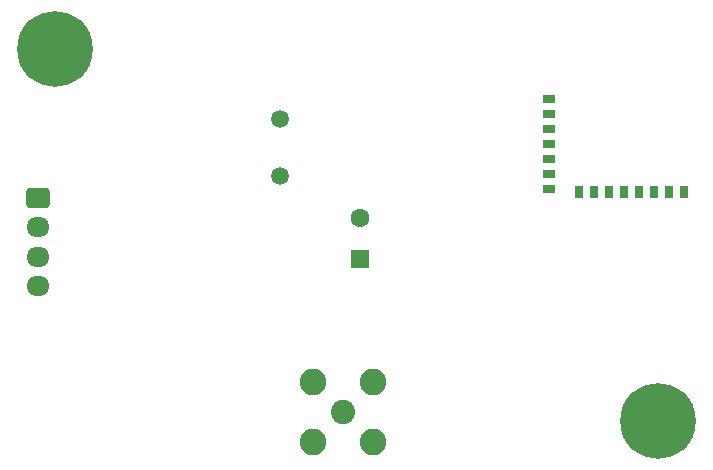
<source format=gbr>
%TF.GenerationSoftware,KiCad,Pcbnew,7.0.6-7.0.6~ubuntu23.04.1*%
%TF.CreationDate,2023-07-25T15:56:09+03:00*%
%TF.ProjectId,nrf52840_dev,6e726635-3238-4343-905f-6465762e6b69,rev?*%
%TF.SameCoordinates,Original*%
%TF.FileFunction,Soldermask,Bot*%
%TF.FilePolarity,Negative*%
%FSLAX46Y46*%
G04 Gerber Fmt 4.6, Leading zero omitted, Abs format (unit mm)*
G04 Created by KiCad (PCBNEW 7.0.6-7.0.6~ubuntu23.04.1) date 2023-07-25 15:56:09*
%MOMM*%
%LPD*%
G01*
G04 APERTURE LIST*
G04 Aperture macros list*
%AMRoundRect*
0 Rectangle with rounded corners*
0 $1 Rounding radius*
0 $2 $3 $4 $5 $6 $7 $8 $9 X,Y pos of 4 corners*
0 Add a 4 corners polygon primitive as box body*
4,1,4,$2,$3,$4,$5,$6,$7,$8,$9,$2,$3,0*
0 Add four circle primitives for the rounded corners*
1,1,$1+$1,$2,$3*
1,1,$1+$1,$4,$5*
1,1,$1+$1,$6,$7*
1,1,$1+$1,$8,$9*
0 Add four rect primitives between the rounded corners*
20,1,$1+$1,$2,$3,$4,$5,0*
20,1,$1+$1,$4,$5,$6,$7,0*
20,1,$1+$1,$6,$7,$8,$9,0*
20,1,$1+$1,$8,$9,$2,$3,0*%
G04 Aperture macros list end*
%ADD10C,0.800000*%
%ADD11C,6.400000*%
%ADD12C,2.050000*%
%ADD13C,2.250000*%
%ADD14R,1.000000X0.650000*%
%ADD15R,0.650000X1.000000*%
%ADD16C,1.500000*%
%ADD17RoundRect,0.250000X-0.725000X0.600000X-0.725000X-0.600000X0.725000X-0.600000X0.725000X0.600000X0*%
%ADD18O,1.950000X1.700000*%
%ADD19R,1.600000X1.600000*%
%ADD20C,1.600000*%
G04 APERTURE END LIST*
D10*
%TO.C,H1*%
X121550000Y-83410000D03*
X122252944Y-81712944D03*
X122252944Y-85107056D03*
X123950000Y-81010000D03*
D11*
X123950000Y-83410000D03*
D10*
X123950000Y-85810000D03*
X125647056Y-81712944D03*
X125647056Y-85107056D03*
X126350000Y-83410000D03*
%TD*%
D12*
%TO.C,J2*%
X148380000Y-114170000D03*
D13*
X150920000Y-116710000D03*
X150920000Y-111630000D03*
X145840000Y-116710000D03*
X145840000Y-111630000D03*
%TD*%
D14*
%TO.C,U1*%
X165757000Y-87647000D03*
X165757000Y-88917000D03*
X165757000Y-90187000D03*
X165757000Y-91457000D03*
X165757000Y-92727000D03*
X165757000Y-93997000D03*
X165757000Y-95267000D03*
D15*
X168297000Y-95521000D03*
X169567000Y-95521000D03*
X170837000Y-95521000D03*
X172107000Y-95521000D03*
X173377000Y-95521000D03*
X174647000Y-95521000D03*
X175917000Y-95521000D03*
X177187000Y-95521000D03*
%TD*%
D16*
%TO.C,Y1*%
X143010000Y-94190000D03*
X143010000Y-89310000D03*
%TD*%
D17*
%TO.C,J1*%
X122520000Y-96020000D03*
D18*
X122520000Y-98520000D03*
X122520000Y-101020000D03*
X122520000Y-103520000D03*
%TD*%
D10*
%TO.C,H2*%
X172652944Y-114917056D03*
X173355888Y-113220000D03*
X173355888Y-116614112D03*
X175052944Y-112517056D03*
D11*
X175052944Y-114917056D03*
D10*
X175052944Y-117317056D03*
X176750000Y-113220000D03*
X176750000Y-116614112D03*
X177452944Y-114917056D03*
%TD*%
D19*
%TO.C,C7*%
X149830000Y-101222651D03*
D20*
X149830000Y-97722651D03*
%TD*%
M02*

</source>
